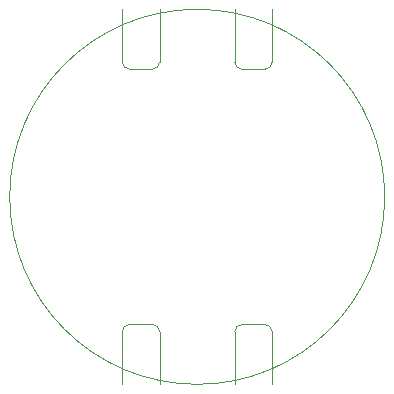
<source format=gbr>
%TF.GenerationSoftware,KiCad,Pcbnew,(5.1.9)-1*%
%TF.CreationDate,2022-07-15T12:11:18-04:00*%
%TF.ProjectId,X-Band_EPR_LGR,582d4261-6e64-45f4-9550-525f4c47522e,1.0*%
%TF.SameCoordinates,Original*%
%TF.FileFunction,Profile,NP*%
%FSLAX46Y46*%
G04 Gerber Fmt 4.6, Leading zero omitted, Abs format (unit mm)*
G04 Created by KiCad (PCBNEW (5.1.9)-1) date 2022-07-15 12:11:18*
%MOMM*%
%LPD*%
G01*
G04 APERTURE LIST*
%TA.AperFunction,Profile*%
%ADD10C,0.050000*%
%TD*%
G04 APERTURE END LIST*
D10*
X106350000Y-111430000D02*
X106350000Y-115875000D01*
X103810000Y-110795000D02*
G75*
G03*
X103175000Y-111430000I0J-635000D01*
G01*
X103175000Y-115875000D02*
X103175000Y-111430000D01*
X106350000Y-111430000D02*
G75*
G03*
X105715000Y-110795000I-635000J0D01*
G01*
X103810000Y-110795000D02*
X105715000Y-110795000D01*
X94285000Y-110795000D02*
X96190000Y-110795000D01*
X96825000Y-111430000D02*
X96825000Y-115875000D01*
X93650000Y-115875000D02*
X93650000Y-111430000D01*
X96825000Y-111430000D02*
G75*
G03*
X96190000Y-110795000I-635000J0D01*
G01*
X94285000Y-110795000D02*
G75*
G03*
X93650000Y-111430000I0J-635000D01*
G01*
X103810000Y-89205000D02*
X105715000Y-89205000D01*
X106350000Y-88570000D02*
X106350000Y-84125000D01*
X103175000Y-84125000D02*
X103175000Y-88570000D01*
X106350000Y-88570000D02*
G75*
G02*
X105715000Y-89205000I-635000J0D01*
G01*
X103810000Y-89205000D02*
G75*
G02*
X103175000Y-88570000I0J635000D01*
G01*
X96825000Y-88570000D02*
G75*
G02*
X96190000Y-89205000I-635000J0D01*
G01*
X94285000Y-89205000D02*
G75*
G02*
X93650000Y-88570000I0J635000D01*
G01*
X96825000Y-88570000D02*
X96825000Y-84125000D01*
X94285000Y-89205000D02*
X96190000Y-89205000D01*
X93650000Y-84125000D02*
X93650000Y-88570000D01*
X115875000Y-100000000D02*
G75*
G03*
X115875000Y-100000000I-15875000J0D01*
G01*
M02*

</source>
